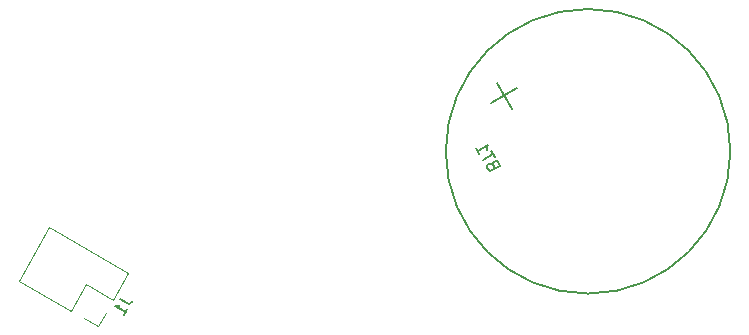
<source format=gbo>
G04 #@! TF.GenerationSoftware,KiCad,Pcbnew,5.0.2-bee76a0~70~ubuntu18.04.1*
G04 #@! TF.CreationDate,2019-02-23T22:01:51+01:00*
G04 #@! TF.ProjectId,led-spindel,6c65642d-7370-4696-9e64-656c2e6b6963,rev?*
G04 #@! TF.SameCoordinates,Original*
G04 #@! TF.FileFunction,Legend,Bot*
G04 #@! TF.FilePolarity,Positive*
%FSLAX46Y46*%
G04 Gerber Fmt 4.6, Leading zero omitted, Abs format (unit mm)*
G04 Created by KiCad (PCBNEW 5.0.2-bee76a0~70~ubuntu18.04.1) date Sa 23 Feb 2019 22:01:51 CET*
%MOMM*%
%LPD*%
G01*
G04 APERTURE LIST*
%ADD10C,0.127000*%
%ADD11C,0.120000*%
%ADD12C,0.150000*%
G04 APERTURE END LIST*
D10*
G04 #@! TO.C,BT1*
X120048278Y-122000000D02*
G75*
G03X120048278Y-122000000I-12048278J0D01*
G01*
X99790591Y-117940886D02*
X101990295Y-116670886D01*
X100255443Y-116206034D02*
X101525443Y-118405739D01*
D11*
G04 #@! TO.C,J1*
X59783777Y-132946814D02*
X62383777Y-128443482D01*
X64235148Y-135516814D02*
X59783777Y-132946814D01*
X69086814Y-132313482D02*
X62383777Y-128443482D01*
X64235148Y-135516814D02*
X65535148Y-133265148D01*
X65535148Y-133265148D02*
X67786814Y-134565148D01*
X67786814Y-134565148D02*
X69086814Y-132313482D01*
X65335000Y-136151814D02*
X66486814Y-136816814D01*
X66486814Y-136816814D02*
X67151814Y-135665000D01*
G04 #@! TO.C,BT1*
D12*
X99950602Y-123155177D02*
X99837934Y-123055268D01*
X99772885Y-123037839D01*
X99666597Y-123044218D01*
X99542879Y-123115647D01*
X99484210Y-123204505D01*
X99466780Y-123269554D01*
X99473160Y-123375842D01*
X99663636Y-123705757D01*
X100529661Y-123205757D01*
X100362995Y-122917082D01*
X100274136Y-122858412D01*
X100209087Y-122840983D01*
X100102799Y-122847362D01*
X100020321Y-122894981D01*
X99961652Y-122983840D01*
X99944222Y-123048889D01*
X99950602Y-123155177D01*
X100117268Y-123443852D01*
X100101090Y-122463449D02*
X99815376Y-121968577D01*
X99092207Y-122716013D02*
X99958233Y-122216013D01*
X98520779Y-121726270D02*
X98806493Y-122221142D01*
X98663636Y-121973706D02*
X99529661Y-121473706D01*
X99453562Y-121627613D01*
X99418703Y-121757711D01*
X99425083Y-121863999D01*
G04 #@! TO.C,J1*
X68345253Y-134502663D02*
X68963843Y-134859806D01*
X69111370Y-134889995D01*
X69241468Y-134855135D01*
X69354136Y-134755227D01*
X69401755Y-134672748D01*
X68711279Y-135868688D02*
X68996993Y-135373817D01*
X68854136Y-135621252D02*
X67988110Y-135121252D01*
X68159447Y-135110202D01*
X68289545Y-135075343D01*
X68378403Y-135016674D01*
G04 #@! TD*
M02*

</source>
